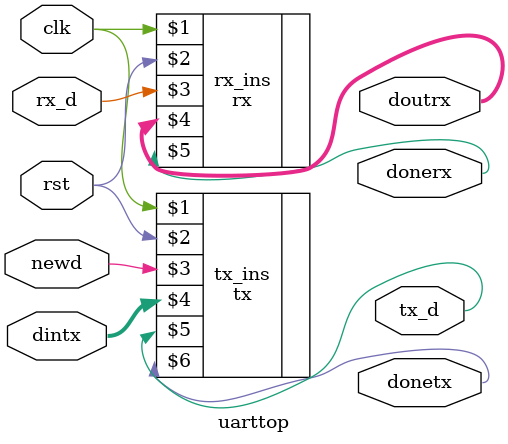
<source format=sv>
module uarttop
#(parameter clk_freq =1000000,
 parameter baud_rate = 9600)
(
input clk,rst,
input rx_d,input[7:0] dintx,
input newd,
output tx_d,
output [7:0] doutrx,
output donetx,
output donerx
);
tx #( clk_freq,baud_rate) tx_ins (clk,rst,newd,dintx,tx_d, donetx);
rx #( clk_freq,baud_rate) rx_ins (clk,rst,rx_d,doutrx,donerx);
endmodule 

</source>
